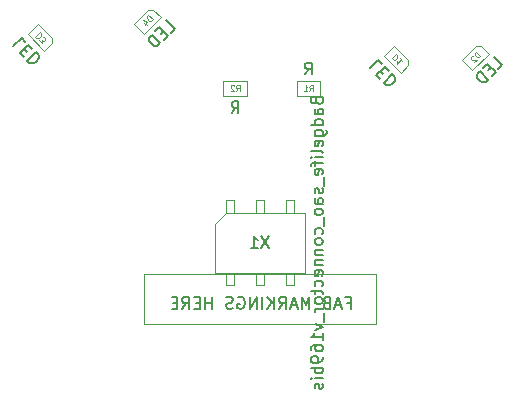
<source format=gbr>
%TF.GenerationSoftware,KiCad,Pcbnew,(6.0.5)*%
%TF.CreationDate,2022-09-12T01:39:42-06:00*%
%TF.ProjectId,MiniMageSpells,4d696e69-4d61-4676-9553-70656c6c732e,1.0*%
%TF.SameCoordinates,PX6e486c0PY7ba4d50*%
%TF.FileFunction,AssemblyDrawing,Bot*%
%FSLAX46Y46*%
G04 Gerber Fmt 4.6, Leading zero omitted, Abs format (unit mm)*
G04 Created by KiCad (PCBNEW (6.0.5)) date 2022-09-12 01:39:42*
%MOMM*%
%LPD*%
G01*
G04 APERTURE LIST*
%ADD10C,0.100000*%
%ADD11C,0.150000*%
%ADD12C,0.080000*%
G04 APERTURE END LIST*
D10*
X8857988Y12980000D02*
X28550000Y12980000D01*
X28550000Y12980000D02*
X28550000Y8780000D01*
X28550000Y8780000D02*
X8857988Y8780000D01*
X8857988Y8780000D02*
X8857988Y12980000D01*
D11*
X26034285Y10581429D02*
X26367619Y10581429D01*
X26367619Y10057620D02*
X26367619Y11057620D01*
X25891428Y11057620D01*
X25558095Y10343334D02*
X25081904Y10343334D01*
X25653333Y10057620D02*
X25320000Y11057620D01*
X24986666Y10057620D01*
X24320000Y10581429D02*
X24177142Y10533810D01*
X24129523Y10486191D01*
X24081904Y10390953D01*
X24081904Y10248096D01*
X24129523Y10152858D01*
X24177142Y10105239D01*
X24272380Y10057620D01*
X24653333Y10057620D01*
X24653333Y11057620D01*
X24320000Y11057620D01*
X24224761Y11010000D01*
X24177142Y10962381D01*
X24129523Y10867143D01*
X24129523Y10771905D01*
X24177142Y10676667D01*
X24224761Y10629048D01*
X24320000Y10581429D01*
X24653333Y10581429D01*
X22891428Y10057620D02*
X22891428Y11057620D01*
X22558095Y10343334D01*
X22224761Y11057620D01*
X22224761Y10057620D01*
X21796190Y10343334D02*
X21320000Y10343334D01*
X21891428Y10057620D02*
X21558095Y11057620D01*
X21224761Y10057620D01*
X20320000Y10057620D02*
X20653333Y10533810D01*
X20891428Y10057620D02*
X20891428Y11057620D01*
X20510476Y11057620D01*
X20415238Y11010000D01*
X20367619Y10962381D01*
X20320000Y10867143D01*
X20320000Y10724286D01*
X20367619Y10629048D01*
X20415238Y10581429D01*
X20510476Y10533810D01*
X20891428Y10533810D01*
X19891428Y10057620D02*
X19891428Y11057620D01*
X19320000Y10057620D02*
X19748571Y10629048D01*
X19320000Y11057620D02*
X19891428Y10486191D01*
X18891428Y10057620D02*
X18891428Y11057620D01*
X18415238Y10057620D02*
X18415238Y11057620D01*
X17843809Y10057620D01*
X17843809Y11057620D01*
X16843809Y11010000D02*
X16939047Y11057620D01*
X17081904Y11057620D01*
X17224761Y11010000D01*
X17320000Y10914762D01*
X17367619Y10819524D01*
X17415238Y10629048D01*
X17415238Y10486191D01*
X17367619Y10295715D01*
X17320000Y10200477D01*
X17224761Y10105239D01*
X17081904Y10057620D01*
X16986666Y10057620D01*
X16843809Y10105239D01*
X16796190Y10152858D01*
X16796190Y10486191D01*
X16986666Y10486191D01*
X16415238Y10105239D02*
X16272380Y10057620D01*
X16034285Y10057620D01*
X15939047Y10105239D01*
X15891428Y10152858D01*
X15843809Y10248096D01*
X15843809Y10343334D01*
X15891428Y10438572D01*
X15939047Y10486191D01*
X16034285Y10533810D01*
X16224761Y10581429D01*
X16320000Y10629048D01*
X16367619Y10676667D01*
X16415238Y10771905D01*
X16415238Y10867143D01*
X16367619Y10962381D01*
X16320000Y11010000D01*
X16224761Y11057620D01*
X15986666Y11057620D01*
X15843809Y11010000D01*
X14653333Y10057620D02*
X14653333Y11057620D01*
X14653333Y10581429D02*
X14081904Y10581429D01*
X14081904Y10057620D02*
X14081904Y11057620D01*
X13605714Y10581429D02*
X13272380Y10581429D01*
X13129523Y10057620D02*
X13605714Y10057620D01*
X13605714Y11057620D01*
X13129523Y11057620D01*
X12129523Y10057620D02*
X12462857Y10533810D01*
X12700952Y10057620D02*
X12700952Y11057620D01*
X12320000Y11057620D01*
X12224761Y11010000D01*
X12177142Y10962381D01*
X12129523Y10867143D01*
X12129523Y10724286D01*
X12177142Y10629048D01*
X12224761Y10581429D01*
X12320000Y10533810D01*
X12700952Y10533810D01*
X11700952Y10581429D02*
X11367619Y10581429D01*
X11224761Y10057620D02*
X11700952Y10057620D01*
X11700952Y11057620D01*
X11224761Y11057620D01*
%TO.C,X1*%
X23483133Y27626571D02*
X23530752Y27483714D01*
X23578371Y27436095D01*
X23673609Y27388476D01*
X23816466Y27388476D01*
X23911704Y27436095D01*
X23959323Y27483714D01*
X24006942Y27578952D01*
X24006942Y27959904D01*
X23006942Y27959904D01*
X23006942Y27626571D01*
X23054562Y27531333D01*
X23102181Y27483714D01*
X23197419Y27436095D01*
X23292657Y27436095D01*
X23387895Y27483714D01*
X23435514Y27531333D01*
X23483133Y27626571D01*
X23483133Y27959904D01*
X24006942Y26531333D02*
X23483133Y26531333D01*
X23387895Y26578952D01*
X23340276Y26674190D01*
X23340276Y26864666D01*
X23387895Y26959904D01*
X23959323Y26531333D02*
X24006942Y26626571D01*
X24006942Y26864666D01*
X23959323Y26959904D01*
X23864085Y27007523D01*
X23768847Y27007523D01*
X23673609Y26959904D01*
X23625990Y26864666D01*
X23625990Y26626571D01*
X23578371Y26531333D01*
X24006942Y25626571D02*
X23006942Y25626571D01*
X23959323Y25626571D02*
X24006942Y25721809D01*
X24006942Y25912285D01*
X23959323Y26007523D01*
X23911704Y26055142D01*
X23816466Y26102761D01*
X23530752Y26102761D01*
X23435514Y26055142D01*
X23387895Y26007523D01*
X23340276Y25912285D01*
X23340276Y25721809D01*
X23387895Y25626571D01*
X23340276Y24721809D02*
X24149800Y24721809D01*
X24245038Y24769428D01*
X24292657Y24817047D01*
X24340276Y24912285D01*
X24340276Y25055142D01*
X24292657Y25150380D01*
X23959323Y24721809D02*
X24006942Y24817047D01*
X24006942Y25007523D01*
X23959323Y25102761D01*
X23911704Y25150380D01*
X23816466Y25198000D01*
X23530752Y25198000D01*
X23435514Y25150380D01*
X23387895Y25102761D01*
X23340276Y25007523D01*
X23340276Y24817047D01*
X23387895Y24721809D01*
X23959323Y23864666D02*
X24006942Y23959904D01*
X24006942Y24150380D01*
X23959323Y24245619D01*
X23864085Y24293238D01*
X23483133Y24293238D01*
X23387895Y24245619D01*
X23340276Y24150380D01*
X23340276Y23959904D01*
X23387895Y23864666D01*
X23483133Y23817047D01*
X23578371Y23817047D01*
X23673609Y24293238D01*
X24006942Y23245619D02*
X23959323Y23340857D01*
X23864085Y23388476D01*
X23006942Y23388476D01*
X24006942Y22864666D02*
X23340276Y22864666D01*
X23006942Y22864666D02*
X23054562Y22912285D01*
X23102181Y22864666D01*
X23054562Y22817047D01*
X23006942Y22864666D01*
X23102181Y22864666D01*
X23340276Y22531333D02*
X23340276Y22150380D01*
X24006942Y22388476D02*
X23149800Y22388476D01*
X23054562Y22340857D01*
X23006942Y22245619D01*
X23006942Y22150380D01*
X23959323Y21436095D02*
X24006942Y21531333D01*
X24006942Y21721809D01*
X23959323Y21817047D01*
X23864085Y21864666D01*
X23483133Y21864666D01*
X23387895Y21817047D01*
X23340276Y21721809D01*
X23340276Y21531333D01*
X23387895Y21436095D01*
X23483133Y21388476D01*
X23578371Y21388476D01*
X23673609Y21864666D01*
X24102181Y21198000D02*
X24102181Y20436095D01*
X23959323Y20245619D02*
X24006942Y20150380D01*
X24006942Y19959904D01*
X23959323Y19864666D01*
X23864085Y19817047D01*
X23816466Y19817047D01*
X23721228Y19864666D01*
X23673609Y19959904D01*
X23673609Y20102761D01*
X23625990Y20198000D01*
X23530752Y20245619D01*
X23483133Y20245619D01*
X23387895Y20198000D01*
X23340276Y20102761D01*
X23340276Y19959904D01*
X23387895Y19864666D01*
X24006942Y18959904D02*
X23483133Y18959904D01*
X23387895Y19007523D01*
X23340276Y19102761D01*
X23340276Y19293238D01*
X23387895Y19388476D01*
X23959323Y18959904D02*
X24006942Y19055142D01*
X24006942Y19293238D01*
X23959323Y19388476D01*
X23864085Y19436095D01*
X23768847Y19436095D01*
X23673609Y19388476D01*
X23625990Y19293238D01*
X23625990Y19055142D01*
X23578371Y18959904D01*
X24006942Y18340857D02*
X23959323Y18436095D01*
X23911704Y18483714D01*
X23816466Y18531333D01*
X23530752Y18531333D01*
X23435514Y18483714D01*
X23387895Y18436095D01*
X23340276Y18340857D01*
X23340276Y18198000D01*
X23387895Y18102761D01*
X23435514Y18055142D01*
X23530752Y18007523D01*
X23816466Y18007523D01*
X23911704Y18055142D01*
X23959323Y18102761D01*
X24006942Y18198000D01*
X24006942Y18340857D01*
X24102181Y17817047D02*
X24102181Y17055142D01*
X23959323Y16388476D02*
X24006942Y16483714D01*
X24006942Y16674190D01*
X23959323Y16769428D01*
X23911704Y16817047D01*
X23816466Y16864666D01*
X23530752Y16864666D01*
X23435514Y16817047D01*
X23387895Y16769428D01*
X23340276Y16674190D01*
X23340276Y16483714D01*
X23387895Y16388476D01*
X24006942Y15817047D02*
X23959323Y15912285D01*
X23911704Y15959904D01*
X23816466Y16007523D01*
X23530752Y16007523D01*
X23435514Y15959904D01*
X23387895Y15912285D01*
X23340276Y15817047D01*
X23340276Y15674190D01*
X23387895Y15578952D01*
X23435514Y15531333D01*
X23530752Y15483714D01*
X23816466Y15483714D01*
X23911704Y15531333D01*
X23959323Y15578952D01*
X24006942Y15674190D01*
X24006942Y15817047D01*
X23340276Y15055142D02*
X24006942Y15055142D01*
X23435514Y15055142D02*
X23387895Y15007523D01*
X23340276Y14912285D01*
X23340276Y14769428D01*
X23387895Y14674190D01*
X23483133Y14626571D01*
X24006942Y14626571D01*
X23340276Y14150380D02*
X24006942Y14150380D01*
X23435514Y14150380D02*
X23387895Y14102761D01*
X23340276Y14007523D01*
X23340276Y13864666D01*
X23387895Y13769428D01*
X23483133Y13721809D01*
X24006942Y13721809D01*
X23959323Y12864666D02*
X24006942Y12959904D01*
X24006942Y13150380D01*
X23959323Y13245619D01*
X23864085Y13293238D01*
X23483133Y13293238D01*
X23387895Y13245619D01*
X23340276Y13150380D01*
X23340276Y12959904D01*
X23387895Y12864666D01*
X23483133Y12817047D01*
X23578371Y12817047D01*
X23673609Y13293238D01*
X23959323Y11959904D02*
X24006942Y12055142D01*
X24006942Y12245619D01*
X23959323Y12340857D01*
X23911704Y12388476D01*
X23816466Y12436095D01*
X23530752Y12436095D01*
X23435514Y12388476D01*
X23387895Y12340857D01*
X23340276Y12245619D01*
X23340276Y12055142D01*
X23387895Y11959904D01*
X23340276Y11674190D02*
X23340276Y11293238D01*
X23006942Y11531333D02*
X23864085Y11531333D01*
X23959323Y11483714D01*
X24006942Y11388476D01*
X24006942Y11293238D01*
X24006942Y10817047D02*
X23959323Y10912285D01*
X23911704Y10959904D01*
X23816466Y11007523D01*
X23530752Y11007523D01*
X23435514Y10959904D01*
X23387895Y10912285D01*
X23340276Y10817047D01*
X23340276Y10674190D01*
X23387895Y10578952D01*
X23435514Y10531333D01*
X23530752Y10483714D01*
X23816466Y10483714D01*
X23911704Y10531333D01*
X23959323Y10578952D01*
X24006942Y10674190D01*
X24006942Y10817047D01*
X24006942Y10055142D02*
X23340276Y10055142D01*
X23530752Y10055142D02*
X23435514Y10007523D01*
X23387895Y9959904D01*
X23340276Y9864666D01*
X23340276Y9769428D01*
X24102181Y9674190D02*
X24102181Y8912285D01*
X23340276Y8769428D02*
X24006942Y8531333D01*
X23340276Y8293238D01*
X24006942Y7388476D02*
X24006942Y7959904D01*
X24006942Y7674190D02*
X23006942Y7674190D01*
X23149800Y7769428D01*
X23245038Y7864666D01*
X23292657Y7959904D01*
X23006942Y6531333D02*
X23006942Y6721809D01*
X23054562Y6817047D01*
X23102181Y6864666D01*
X23245038Y6959904D01*
X23435514Y7007523D01*
X23816466Y7007523D01*
X23911704Y6959904D01*
X23959323Y6912285D01*
X24006942Y6817047D01*
X24006942Y6626571D01*
X23959323Y6531333D01*
X23911704Y6483714D01*
X23816466Y6436095D01*
X23578371Y6436095D01*
X23483133Y6483714D01*
X23435514Y6531333D01*
X23387895Y6626571D01*
X23387895Y6817047D01*
X23435514Y6912285D01*
X23483133Y6959904D01*
X23578371Y7007523D01*
X24006942Y5959904D02*
X24006942Y5769428D01*
X23959323Y5674190D01*
X23911704Y5626571D01*
X23768847Y5531333D01*
X23578371Y5483714D01*
X23197419Y5483714D01*
X23102181Y5531333D01*
X23054562Y5578952D01*
X23006942Y5674190D01*
X23006942Y5864666D01*
X23054562Y5959904D01*
X23102181Y6007523D01*
X23197419Y6055142D01*
X23435514Y6055142D01*
X23530752Y6007523D01*
X23578371Y5959904D01*
X23625990Y5864666D01*
X23625990Y5674190D01*
X23578371Y5578952D01*
X23530752Y5531333D01*
X23435514Y5483714D01*
X24006942Y5055142D02*
X23006942Y5055142D01*
X23387895Y5055142D02*
X23340276Y4959904D01*
X23340276Y4769428D01*
X23387895Y4674190D01*
X23435514Y4626571D01*
X23530752Y4578952D01*
X23816466Y4578952D01*
X23911704Y4626571D01*
X23959323Y4674190D01*
X24006942Y4769428D01*
X24006942Y4959904D01*
X23959323Y5055142D01*
X24006942Y4150381D02*
X23340276Y4150381D01*
X23006942Y4150381D02*
X23054562Y4198000D01*
X23102181Y4150381D01*
X23054562Y4102761D01*
X23006942Y4150381D01*
X23102181Y4150381D01*
X23959323Y3721809D02*
X24006942Y3626571D01*
X24006942Y3436095D01*
X23959323Y3340857D01*
X23864085Y3293238D01*
X23816466Y3293238D01*
X23721228Y3340857D01*
X23673609Y3436095D01*
X23673609Y3578952D01*
X23625990Y3674190D01*
X23530752Y3721809D01*
X23483133Y3721809D01*
X23387895Y3674190D01*
X23340276Y3578952D01*
X23340276Y3436095D01*
X23387895Y3340857D01*
X19494085Y16198000D02*
X18827419Y15198000D01*
X18827419Y16198000D02*
X19494085Y15198000D01*
X17922657Y15198000D02*
X18494085Y15198000D01*
X18208371Y15198000D02*
X18208371Y16198000D01*
X18303609Y16055142D01*
X18398847Y15959904D01*
X18494085Y15912285D01*
%TO.C,D1*%
X29018586Y30787725D02*
X28681869Y31124442D01*
X27974762Y30417336D01*
X28883899Y30181633D02*
X29119602Y29945931D01*
X29591006Y30215305D02*
X29254289Y30552023D01*
X28547182Y29844916D01*
X28883899Y29508198D01*
X29894052Y29912259D02*
X29186945Y29205152D01*
X29355304Y29036794D01*
X29489991Y28969450D01*
X29624678Y28969450D01*
X29725693Y29003122D01*
X29894052Y29104137D01*
X29995067Y29205152D01*
X30096083Y29373511D01*
X30129754Y29474526D01*
X30129754Y29609213D01*
X30062411Y29743900D01*
X29894052Y29912259D01*
D12*
X30218984Y31600897D02*
X29865431Y31247344D01*
X29949610Y31163165D01*
X30016954Y31129493D01*
X30084297Y31129493D01*
X30134805Y31146329D01*
X30218984Y31196836D01*
X30269492Y31247344D01*
X30320000Y31331523D01*
X30336835Y31382031D01*
X30336835Y31449375D01*
X30303164Y31516718D01*
X30218984Y31600897D01*
X30757732Y31062149D02*
X30555702Y31264180D01*
X30656717Y31163165D02*
X30303164Y30809611D01*
X30319999Y30893791D01*
X30319999Y30961134D01*
X30303164Y31011642D01*
D11*
%TO.C,R2*%
X16290476Y26607620D02*
X16623809Y27083810D01*
X16861904Y26607620D02*
X16861904Y27607620D01*
X16480952Y27607620D01*
X16385714Y27560000D01*
X16338095Y27512381D01*
X16290476Y27417143D01*
X16290476Y27274286D01*
X16338095Y27179048D01*
X16385714Y27131429D01*
X16480952Y27083810D01*
X16861904Y27083810D01*
D12*
X16683333Y28483810D02*
X16850000Y28721905D01*
X16969047Y28483810D02*
X16969047Y28983810D01*
X16778571Y28983810D01*
X16730952Y28960000D01*
X16707142Y28936191D01*
X16683333Y28888572D01*
X16683333Y28817143D01*
X16707142Y28769524D01*
X16730952Y28745715D01*
X16778571Y28721905D01*
X16969047Y28721905D01*
X16492857Y28936191D02*
X16469047Y28960000D01*
X16421428Y28983810D01*
X16302380Y28983810D01*
X16254761Y28960000D01*
X16230952Y28936191D01*
X16207142Y28888572D01*
X16207142Y28840953D01*
X16230952Y28769524D01*
X16516666Y28483810D01*
X16207142Y28483810D01*
D11*
%TO.C,D3*%
X-1151414Y32637725D02*
X-1488131Y32974442D01*
X-2195238Y32267336D01*
X-1286101Y32031633D02*
X-1050398Y31795931D01*
X-578994Y32065305D02*
X-915711Y32402023D01*
X-1622818Y31694916D01*
X-1286101Y31358198D01*
X-275948Y31762259D02*
X-983055Y31055152D01*
X-814696Y30886794D01*
X-680009Y30819450D01*
X-545322Y30819450D01*
X-444307Y30853122D01*
X-275948Y30954137D01*
X-174933Y31055152D01*
X-73917Y31223511D01*
X-40246Y31324526D01*
X-40246Y31459213D01*
X-107589Y31593900D01*
X-275948Y31762259D01*
D12*
X48984Y33450897D02*
X-304569Y33097344D01*
X-220390Y33013165D01*
X-153046Y32979493D01*
X-85703Y32979493D01*
X-35195Y32996329D01*
X48984Y33046836D01*
X99492Y33097344D01*
X150000Y33181523D01*
X166835Y33232031D01*
X166835Y33299375D01*
X133164Y33366718D01*
X48984Y33450897D01*
X15312Y32777462D02*
X234179Y32558596D01*
X251015Y32811134D01*
X301522Y32760626D01*
X352030Y32743791D01*
X385702Y32743791D01*
X436209Y32760626D01*
X520389Y32844806D01*
X537225Y32895313D01*
X537225Y32928985D01*
X520389Y32979493D01*
X419374Y33080508D01*
X368866Y33097344D01*
X335194Y33097344D01*
D11*
%TO.C,D2*%
X38888373Y30335159D02*
X39225090Y30671876D01*
X38517984Y31378983D01*
X38282281Y30469846D02*
X38046579Y30234143D01*
X38315953Y29762739D02*
X38652671Y30099456D01*
X37945564Y30806563D01*
X37608846Y30469846D01*
X38012907Y29459693D02*
X37305800Y30166800D01*
X37137442Y29998441D01*
X37070098Y29863754D01*
X37070098Y29729067D01*
X37103770Y29628052D01*
X37204785Y29459693D01*
X37305800Y29358678D01*
X37474159Y29257662D01*
X37575174Y29223991D01*
X37709861Y29223991D01*
X37844548Y29291334D01*
X38012907Y29459693D01*
D12*
X37368093Y31468213D02*
X37014540Y31821766D01*
X36930361Y31737587D01*
X36896689Y31670243D01*
X36896689Y31602900D01*
X36913525Y31552392D01*
X36964032Y31468213D01*
X37014540Y31417705D01*
X37098719Y31367198D01*
X37149227Y31350362D01*
X37216571Y31350362D01*
X37283914Y31384033D01*
X37368093Y31468213D01*
X36711494Y31451377D02*
X36677822Y31451377D01*
X36627315Y31434541D01*
X36543135Y31350362D01*
X36526300Y31299854D01*
X36526300Y31266182D01*
X36543135Y31215675D01*
X36576807Y31182003D01*
X36644151Y31148331D01*
X37048212Y31148331D01*
X36829345Y30929465D01*
D11*
%TO.C,R1*%
X22500476Y29887620D02*
X22833809Y30363810D01*
X23071904Y29887620D02*
X23071904Y30887620D01*
X22690952Y30887620D01*
X22595714Y30840000D01*
X22548095Y30792381D01*
X22500476Y30697143D01*
X22500476Y30554286D01*
X22548095Y30459048D01*
X22595714Y30411429D01*
X22690952Y30363810D01*
X23071904Y30363810D01*
D12*
X22893333Y28463810D02*
X23060000Y28701905D01*
X23179047Y28463810D02*
X23179047Y28963810D01*
X22988571Y28963810D01*
X22940952Y28940000D01*
X22917142Y28916191D01*
X22893333Y28868572D01*
X22893333Y28797143D01*
X22917142Y28749524D01*
X22940952Y28725715D01*
X22988571Y28701905D01*
X23179047Y28701905D01*
X22417142Y28463810D02*
X22702857Y28463810D01*
X22560000Y28463810D02*
X22560000Y28963810D01*
X22607619Y28892381D01*
X22655238Y28844762D01*
X22702857Y28820953D01*
D11*
%TO.C,D4*%
X11131176Y33417962D02*
X11467893Y33754679D01*
X10760787Y34461786D01*
X10525084Y33552649D02*
X10289382Y33316946D01*
X10558756Y32845542D02*
X10895474Y33182259D01*
X10188367Y33889366D01*
X9851649Y33552649D01*
X10255710Y32542496D02*
X9548603Y33249603D01*
X9380245Y33081244D01*
X9312901Y32946557D01*
X9312901Y32811870D01*
X9346573Y32710855D01*
X9447588Y32542496D01*
X9548603Y32441481D01*
X9716962Y32340465D01*
X9817977Y32306794D01*
X9952664Y32306794D01*
X10087351Y32374137D01*
X10255710Y32542496D01*
D12*
X9610896Y34551016D02*
X9257343Y34904569D01*
X9173164Y34820390D01*
X9139492Y34753046D01*
X9139492Y34685703D01*
X9156328Y34635195D01*
X9206835Y34551016D01*
X9257343Y34500508D01*
X9341522Y34450000D01*
X9392030Y34433165D01*
X9459374Y34433165D01*
X9526717Y34466836D01*
X9610896Y34551016D01*
X8870118Y34281642D02*
X9105820Y34045939D01*
X8819610Y34500508D02*
X9156328Y34332149D01*
X8937461Y34113283D01*
D10*
%TO.C,X1*%
X22494562Y18190380D02*
X15824562Y18190380D01*
X15824562Y13110380D02*
X15824562Y12050380D01*
X20904562Y13110380D02*
X20904562Y12050380D01*
X18364562Y13110380D02*
X18364562Y12050380D01*
X21544562Y19250380D02*
X21544562Y18190380D01*
X19004562Y12050380D02*
X19004562Y13110380D01*
X15824562Y18190380D02*
X15824562Y19250380D01*
X15824562Y18190380D02*
X14874562Y17240380D01*
X22494562Y13110380D02*
X22494562Y18190380D01*
X19004562Y19250380D02*
X19004562Y18190380D01*
X16464562Y12050380D02*
X16464562Y13110380D01*
X14874562Y13110380D02*
X22494562Y13110380D01*
X18364562Y18190380D02*
X18364562Y19250380D01*
X20904562Y19250380D02*
X21544562Y19250380D01*
X18364562Y19250380D02*
X19004562Y19250380D01*
X14874562Y17240380D02*
X14874562Y13110380D01*
X15824562Y12050380D02*
X16464562Y12050380D01*
X20904562Y18190380D02*
X20904562Y19250380D01*
X21544562Y12050380D02*
X21544562Y13110380D01*
X18364562Y12050380D02*
X19004562Y12050380D01*
X16464562Y19250380D02*
X16464562Y18190380D01*
X20904562Y12050380D02*
X21544562Y12050380D01*
X15824562Y19250380D02*
X16464562Y19250380D01*
%TO.C,D1*%
X30602843Y30048629D02*
X29188629Y31462843D01*
X29188629Y31462843D02*
X30037157Y32311371D01*
X31239239Y31109289D02*
X31239239Y30685025D01*
X31239239Y30685025D02*
X30602843Y30048629D01*
X30037157Y32311371D02*
X31239239Y31109289D01*
%TO.C,R2*%
X15600000Y28085000D02*
X17600000Y28085000D01*
X17600000Y28085000D02*
X17600000Y29335000D01*
X15600000Y29335000D02*
X15600000Y28085000D01*
X17600000Y29335000D02*
X15600000Y29335000D01*
%TO.C,D3*%
X432843Y31898629D02*
X-981371Y33312843D01*
X-132843Y34161371D02*
X1069239Y32959289D01*
X1069239Y32535025D02*
X432843Y31898629D01*
X1069239Y32959289D02*
X1069239Y32535025D01*
X-981371Y33312843D02*
X-132843Y34161371D01*
%TO.C,D2*%
X37017908Y32286436D02*
X37442172Y32286436D01*
X36664354Y30235826D02*
X35815826Y31084354D01*
X38078568Y31650040D02*
X36664354Y30235826D01*
X37442172Y32286436D02*
X38078568Y31650040D01*
X35815826Y31084354D02*
X37017908Y32286436D01*
%TO.C,R1*%
X21810000Y29315000D02*
X21810000Y28065000D01*
X23810000Y28065000D02*
X23810000Y29315000D01*
X21810000Y28065000D02*
X23810000Y28065000D01*
X23810000Y29315000D02*
X21810000Y29315000D01*
%TO.C,D4*%
X10321371Y34732843D02*
X8907157Y33318629D01*
X8058629Y34167157D02*
X9260711Y35369239D01*
X9260711Y35369239D02*
X9684975Y35369239D01*
X8907157Y33318629D02*
X8058629Y34167157D01*
X9684975Y35369239D02*
X10321371Y34732843D01*
%TD*%
M02*

</source>
